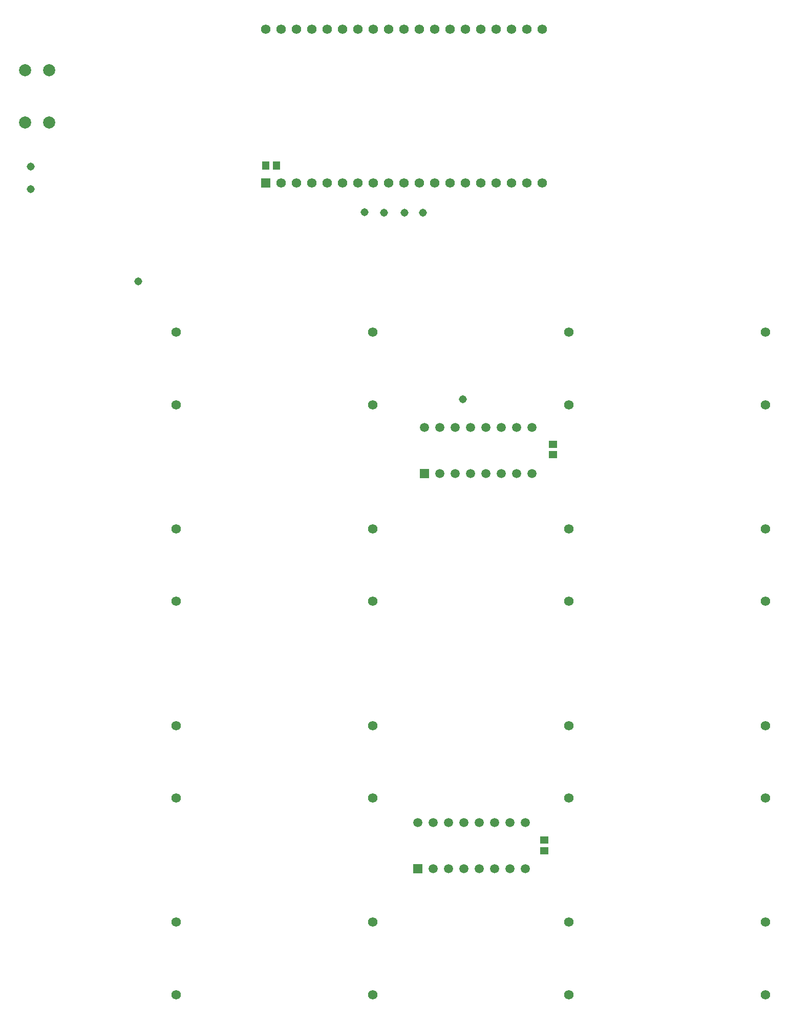
<source format=gbr>
%TF.GenerationSoftware,Altium Limited,Altium Designer,24.7.2 (38)*%
G04 Layer_Color=255*
%FSLAX45Y45*%
%MOMM*%
%TF.SameCoordinates,74662405-AD21-4814-813C-A76D1C426129*%
%TF.FilePolarity,Positive*%
%TF.FileFunction,Pads,Bot*%
%TF.Part,Single*%
G01*
G75*
%TA.AperFunction,SMDPad,CuDef*%
%ADD16R,1.15000X1.47000*%
%ADD17R,1.47000X1.15000*%
%TA.AperFunction,ComponentPad*%
%ADD27C,1.50000*%
%ADD28R,1.50000X1.50000*%
%ADD29C,2.00000*%
%ADD30R,1.56000X1.56000*%
%ADD31C,1.56000*%
%ADD32C,1.30800*%
D16*
X7506600Y14803120D02*
D03*
X7682600D02*
D03*
D17*
X12255500Y10198100D02*
D03*
Y10022100D02*
D03*
X12115800Y3656700D02*
D03*
Y3480700D02*
D03*
D27*
X11912600Y10477500D02*
D03*
X11658600D02*
D03*
X11404600D02*
D03*
X11150600D02*
D03*
X10896600D02*
D03*
X10642600D02*
D03*
X10388600D02*
D03*
X10134600D02*
D03*
X11912600Y9715500D02*
D03*
X11658600D02*
D03*
X11404600D02*
D03*
X11150600D02*
D03*
X10896600D02*
D03*
X10642600D02*
D03*
X10388600D02*
D03*
X10274300Y3187700D02*
D03*
X10528300D02*
D03*
X10782300D02*
D03*
X11036300D02*
D03*
X11290300D02*
D03*
X11544300D02*
D03*
X11798300D02*
D03*
X10020300Y3949700D02*
D03*
X10274300D02*
D03*
X10528300D02*
D03*
X10782300D02*
D03*
X11036300D02*
D03*
X11290300D02*
D03*
X11544300D02*
D03*
X11798300D02*
D03*
D28*
X10134600Y9715500D02*
D03*
X10020300Y3187700D02*
D03*
D29*
X3525300Y16375580D02*
D03*
Y15511580D02*
D03*
X3924300Y16375380D02*
D03*
Y15511780D02*
D03*
D30*
X7505700Y14516100D02*
D03*
D31*
X7759700D02*
D03*
X8013700D02*
D03*
X8267700D02*
D03*
X8521700D02*
D03*
X8775700D02*
D03*
X9029700D02*
D03*
X9283700D02*
D03*
X9537700D02*
D03*
X9791700D02*
D03*
X10045700D02*
D03*
X10299700D02*
D03*
X10553700D02*
D03*
X10807700D02*
D03*
X11061700D02*
D03*
X11315700D02*
D03*
X11569700D02*
D03*
X11823700D02*
D03*
X12077700D02*
D03*
X7505700Y17056100D02*
D03*
X7759700D02*
D03*
X8013700D02*
D03*
X8267700D02*
D03*
X8521700D02*
D03*
X8775700D02*
D03*
X9029700D02*
D03*
X9283700D02*
D03*
X9537700D02*
D03*
X9791700D02*
D03*
X10045700D02*
D03*
X10299700D02*
D03*
X10553700D02*
D03*
X10807700D02*
D03*
X11061700D02*
D03*
X11315700D02*
D03*
X11569700D02*
D03*
X11823700D02*
D03*
X12077700D02*
D03*
X12525000Y12050000D02*
D03*
Y10850000D02*
D03*
X9275000Y4350000D02*
D03*
Y5550000D02*
D03*
X12525000Y1100000D02*
D03*
Y2300000D02*
D03*
X9275000Y1100000D02*
D03*
Y2300000D02*
D03*
X6025000Y1100000D02*
D03*
Y2300000D02*
D03*
X15775000Y1100000D02*
D03*
Y2300000D02*
D03*
Y4350000D02*
D03*
Y5550000D02*
D03*
X12525000Y4350000D02*
D03*
Y5550000D02*
D03*
X6025000Y4350000D02*
D03*
Y5550000D02*
D03*
Y7600000D02*
D03*
Y8800000D02*
D03*
X9275000Y7600000D02*
D03*
Y8800000D02*
D03*
X12525000Y7600000D02*
D03*
Y8800000D02*
D03*
X15775000Y7600000D02*
D03*
Y8800000D02*
D03*
Y10850000D02*
D03*
Y12050000D02*
D03*
X9275000Y10850000D02*
D03*
Y12050000D02*
D03*
X6025000Y10850000D02*
D03*
Y12050000D02*
D03*
D32*
X10767060Y10942320D02*
D03*
X5400730Y12889230D02*
D03*
X3622200Y14414500D02*
D03*
X9144000Y14033501D02*
D03*
X9461500Y14020799D02*
D03*
X3622200Y14784100D02*
D03*
X9804400Y14020799D02*
D03*
X10109200D02*
D03*
%TF.MD5,47b96448c560611a515e22a2975250cf*%
M02*

</source>
